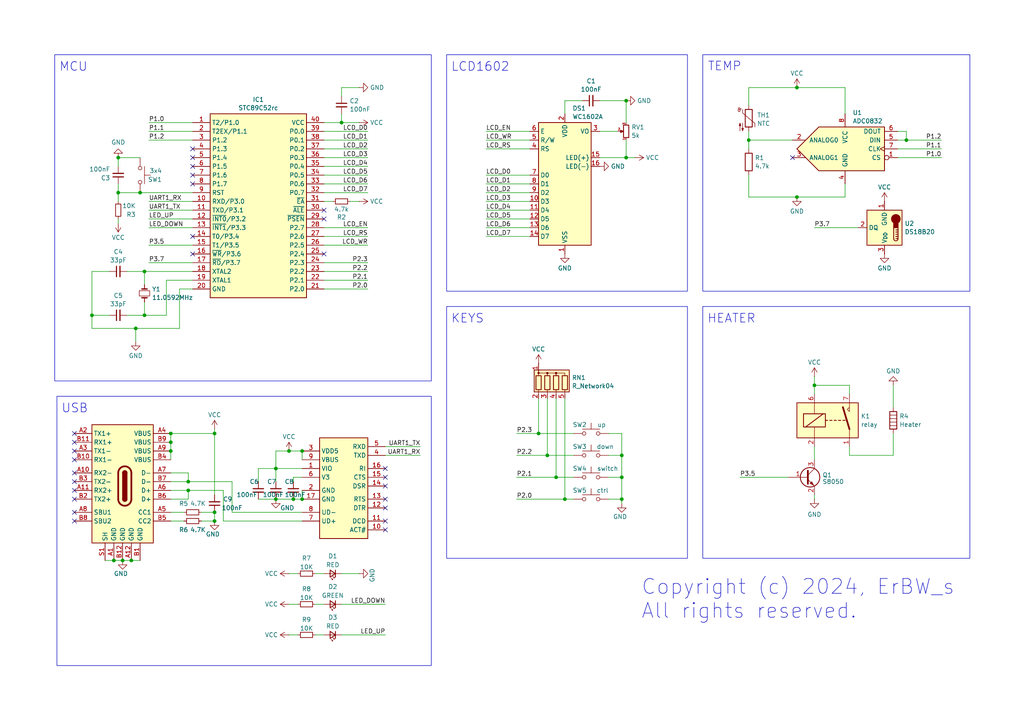
<source format=kicad_sch>
(kicad_sch (version 20231120) (generator "eeschema") (generator_version "8.0")
  (paper "A4")
  (lib_symbols
    (symbol "Analog_ADC:ADC0832" (pin_names (offset 1.016))
      (property "Reference" "U" (at -7.62 7.62 0))
      (property "Value" "ADC0832" (at 3.81 7.62 0))
      (symbol "ADC0832_1_1"
        (pin input inverted (at 15.24 -2.54 180) (length 3.81) (name "CS") (number "1"))
        (pin input line (at -15.24 2.54 0) (length 3.81) (name "ANALOG0") (number "2"))
        (pin input line (at -15.24 -2.54 0) (length 3.81) (name "ANALOG1") (number "3"))
        (pin input line (at 0 -10.16 90) (length 3.81) (name "GND") (number "4"))
        (pin input line (at 15.24 2.54 180) (length 3.81) (name "DIN") (number "5"))
        (pin output line (at 15.24 5.08 180) (length 3.81) (name "DOUT") (number "6"))
        (pin input clock (at 15.24 0 180) (length 3.81) (name "CLK") (number "7"))
        (pin input line (at 0 10.16 270) (length 3.81) (name "VCC") (number "8"))
      )
    )
    (symbol "Device:C_Small" (pin_numbers hide) (pin_names (offset 0.254) hide)
      (property "Reference" "C" (at 0.254 1.778 0))
      (property "Value" "C_Small" (at 0.254 -2.032 0))
      (symbol "C_Small_1_1"
        (pin passive line (at 0 2.54 270) (length 2.032) (name "~") (number "1"))
        (pin passive line (at 0 -2.54 90) (length 2.032) (name "~") (number "2"))
      )
    )
    (symbol "Device:Crystal_Small" (pin_numbers hide) (pin_names (offset 1.016) hide)
      (property "Reference" "Y" (at 0 2.54 0))
      (property "Value" "Crystal_Small" (at 0 -2.54 0))
      (symbol "Crystal_Small_1_1"
        (pin passive line (at -2.54 0 0) (length 1.27) (name "1") (number "1"))
        (pin passive line (at 2.54 0 180) (length 1.27) (name "2") (number "2"))
      )
    )
    (symbol "Device:Heater" (pin_numbers hide) (pin_names (offset 0))
      (property "Reference" "R" (at 2.032 0 90))
      (property "Value" "Heater" (at -2.032 0 90))
      (symbol "Heater_1_1"
        (pin passive line (at 0 3.81 270) (length 1.27) (name "~") (number "1"))
        (pin passive line (at 0 -3.81 90) (length 1.27) (name "~") (number "2"))
      )
    )
    (symbol "Device:LED_Small" (pin_numbers hide) (pin_names (offset 0.254) hide)
      (property "Reference" "D2" (at -0.0635 4.7158 0))
      (property "Value" "GREEN" (at -0.0635 2.1789 0))
      (symbol "LED_Small_1_1"
        (pin passive line (at 2.54 0 180) (length 1.778) (name "K") (number "1"))
        (pin passive line (at -2.54 0 0) (length 1.778) (name "A") (number "2"))
      )
    )
    (symbol "Device:R" (pin_numbers hide) (pin_names (offset 0))
      (property "Reference" "R" (at 2.032 0 90))
      (property "Value" "R" (at 0 0 90))
      (symbol "R_1_1"
        (pin passive line (at 0 3.81 270) (length 1.27) (name "~") (number "1"))
        (pin passive line (at 0 -3.81 90) (length 1.27) (name "~") (number "2"))
      )
    )
    (symbol "Device:R_Network04" (pin_names (offset 0) hide)
      (property "Reference" "RN" (at -7.62 0 90))
      (property "Value" "R_Network04" (at 5.08 0 90))
      (symbol "R_Network04_1_1"
        (pin passive line (at -5.08 5.08 270) (length 2.54) (name "common") (number "1"))
        (pin passive line (at -5.08 -5.08 90) (length 1.27) (name "R1") (number "2"))
        (pin passive line (at -2.54 -5.08 90) (length 1.27) (name "R2") (number "3"))
        (pin passive line (at 0 -5.08 90) (length 1.27) (name "R3") (number "4"))
        (pin passive line (at 2.54 -5.08 90) (length 1.27) (name "R4") (number "5"))
      )
    )
    (symbol "Device:R_Potentiometer_Small" (pin_names (offset 1.016) hide)
      (property "Reference" "RV" (at -4.445 0 90))
      (property "Value" "R_Potentiometer_Small" (at -2.54 0 90))
      (symbol "R_Potentiometer_Small_1_1"
        (pin passive line (at 0 2.54 270) (length 0.635) (name "1") (number "1"))
        (pin passive line (at 2.54 0 180) (length 0.9906) (name "2") (number "2"))
        (pin passive line (at 0 -2.54 90) (length 0.635) (name "3") (number "3"))
      )
    )
    (symbol "Device:R_Small" (pin_numbers hide) (pin_names (offset 0.254) hide)
      (property "Reference" "R" (at 0.762 0.508 0))
      (property "Value" "R_Small" (at 0.762 -1.016 0))
      (symbol "R_Small_1_1"
        (pin passive line (at 0 2.54 270) (length 0.762) (name "~") (number "1"))
        (pin passive line (at 0 -2.54 90) (length 0.762) (name "~") (number "2"))
      )
    )
    (symbol "Device:Thermistor_NTC" (pin_numbers hide) (pin_names (offset 0))
      (property "Reference" "TH" (at -4.445 0 90))
      (property "Value" "Thermistor_NTC" (at 3.175 0 90))
      (symbol "Thermistor_NTC_1_1"
        (pin passive line (at 0 3.81 270) (length 1.27) (name "~") (number "1"))
        (pin passive line (at 0 -3.81 90) (length 1.27) (name "~") (number "2"))
      )
    )
    (symbol "Display_Character:WC1602A"
      (property "Reference" "DS" (at -5.842 19.05 0))
      (property "Value" "WC1602A" (at 5.334 19.05 0))
      (symbol "WC1602A_1_1"
        (pin power_in line (at 0 -20.32 90) (length 2.54) (name "VSS") (number "1"))
        (pin input line (at -10.16 -5.08 0) (length 2.54) (name "D3") (number "10"))
        (pin input line (at -10.16 -7.62 0) (length 2.54) (name "D4") (number "11"))
        (pin input line (at -10.16 -10.16 0) (length 2.54) (name "D5") (number "12"))
        (pin input line (at -10.16 -12.7 0) (length 2.54) (name "D6") (number "13"))
        (pin input line (at -10.16 -15.24 0) (length 2.54) (name "D7") (number "14"))
        (pin power_in line (at 10.16 7.62 180) (length 2.54) (name "LED(+)") (number "15"))
        (pin power_in line (at 10.16 5.08 180) (length 2.54) (name "LED(-)") (number "16"))
        (pin power_in line (at 0 20.32 270) (length 2.54) (name "VDD") (number "2"))
        (pin input line (at 10.16 15.24 180) (length 2.54) (name "VO") (number "3"))
        (pin input line (at -10.16 10.16 0) (length 2.54) (name "RS") (number "4"))
        (pin input line (at -10.16 12.7 0) (length 2.54) (name "R/W") (number "5"))
        (pin input line (at -10.16 15.24 0) (length 2.54) (name "E") (number "6"))
        (pin input line (at -10.16 2.54 0) (length 2.54) (name "D0") (number "7"))
        (pin input line (at -10.16 0 0) (length 2.54) (name "D1") (number "8"))
        (pin input line (at -10.16 -2.54 0) (length 2.54) (name "D2") (number "9"))
      )
    )
    (symbol "ErBW_s:CH343P"
      (property "Reference" "U" (at 0 16.51 0))
      (property "Value" "CH343P" (at 5.08 -16.51 0))
      (symbol "CH343P_0_0"
        (pin power_in line (at -11.43 5.08 0) (length 5.08) (name "VIO") (number "1"))
        (pin bidirectional line (at 12.7 -12.7 180) (length 5.08) (name "ACT#") (number "10"))
        (pin bidirectional line (at 12.7 -10.16 180) (length 5.08) (name "DCD") (number "11"))
        (pin bidirectional line (at 12.7 -6.35 180) (length 5.08) (name "DTR") (number "12"))
        (pin bidirectional line (at 12.7 -3.81 180) (length 5.08) (name "RTS") (number "13"))
        (pin bidirectional line (at 12.7 0 180) (length 5.08) (name "DSR") (number "14"))
        (pin bidirectional line (at 12.7 2.54 180) (length 5.08) (name "CTS") (number "15"))
        (pin bidirectional line (at 12.7 5.08 180) (length 5.08) (name "RI") (number "16"))
        (pin power_in line (at -11.43 -3.81 0) (length 5.08) (name "GND") (number "17"))
        (pin power_in line (at -11.43 -1.27 0) (length 5.08) (name "GND") (number "2"))
        (pin power_in line (at -11.43 10.16 0) (length 5.08) (name "VDD5") (number "3"))
        (pin bidirectional line (at 12.7 8.89 180) (length 5.08) (name "TXD") (number "4"))
        (pin bidirectional line (at 12.7 11.43 180) (length 5.08) (name "RXD") (number "5"))
        (pin power_in line (at -11.43 2.54 0) (length 5.08) (name "V3") (number "6"))
        (pin bidirectional line (at -11.43 -10.16 0) (length 5.08) (name "UD+") (number "7"))
        (pin bidirectional line (at -11.43 -7.62 0) (length 5.08) (name "UD-") (number "8"))
        (pin power_in line (at -11.43 7.62 0) (length 5.08) (name "VBUS") (number "9"))
      )
    )
    (symbol "ErBW_s:STC89C52rc"
      (property "Reference" "IC" (at 34.29 7.62 0))
      (property "Value" "STC89C52rc" (at 34.29 5.08 0))
      (symbol "STC89C52rc_1_1"
        (pin passive line (at 0 0 0) (length 5.08) (name "T2/P1.0") (number "1"))
        (pin passive line (at 0 -22.86 0) (length 5.08) (name "RXD/P3.0") (number "10"))
        (pin passive line (at 0 -25.4 0) (length 5.08) (name "TXD/P3.1") (number "11"))
        (pin passive line (at 0 -27.94 0) (length 5.08) (name "~{INT0}/P3.2") (number "12"))
        (pin passive line (at 0 -30.48 0) (length 5.08) (name "~{INT1}/P3.3") (number "13"))
        (pin passive line (at 0 -33.02 0) (length 5.08) (name "T0/P3.4") (number "14"))
        (pin passive line (at 0 -35.56 0) (length 5.08) (name "T1/P3.5") (number "15"))
        (pin passive line (at 0 -38.1 0) (length 5.08) (name "~{WR}/P3.6") (number "16"))
        (pin passive line (at 0 -40.64 0) (length 5.08) (name "~{RD}/P3.7") (number "17"))
        (pin passive line (at 0 -43.18 0) (length 5.08) (name "XTAL2") (number "18"))
        (pin passive line (at 0 -45.72 0) (length 5.08) (name "XTAL1") (number "19"))
        (pin passive line (at 0 -2.54 0) (length 5.08) (name "T2EX/P1.1") (number "2"))
        (pin passive line (at 0 -48.26 0) (length 5.08) (name "GND") (number "20"))
        (pin passive line (at 38.1 -48.26 180) (length 5.08) (name "P2.0") (number "21"))
        (pin passive line (at 38.1 -45.72 180) (length 5.08) (name "P2.1") (number "22"))
        (pin passive line (at 38.1 -43.18 180) (length 5.08) (name "P2.2") (number "23"))
        (pin passive line (at 38.1 -40.64 180) (length 5.08) (name "P2.3") (number "24"))
        (pin passive line (at 38.1 -38.1 180) (length 5.08) (name "P2.4") (number "25"))
        (pin passive line (at 38.1 -35.56 180) (length 5.08) (name "P2.5") (number "26"))
        (pin passive line (at 38.1 -33.02 180) (length 5.08) (name "P2.6") (number "27"))
        (pin passive line (at 38.1 -30.48 180) (length 5.08) (name "P2.7") (number "28"))
        (pin passive line (at 38.1 -27.94 180) (length 5.08) (name "~{PSEN}") (number "29"))
        (pin passive line (at 0 -5.08 0) (length 5.08) (name "P1.2") (number "3"))
        (pin passive line (at 38.1 -25.4 180) (length 5.08) (name "~{ALE}") (number "30"))
        (pin passive line (at 38.1 -22.86 180) (length 5.08) (name "~{EA}") (number "31"))
        (pin passive line (at 38.1 -20.32 180) (length 5.08) (name "P0.7") (number "32"))
        (pin passive line (at 38.1 -17.78 180) (length 5.08) (name "P0.6") (number "33"))
        (pin passive line (at 38.1 -15.24 180) (length 5.08) (name "P0.5") (number "34"))
        (pin passive line (at 38.1 -12.7 180) (length 5.08) (name "P0.4") (number "35"))
        (pin passive line (at 38.1 -10.16 180) (length 5.08) (name "P0.3") (number "36"))
        (pin passive line (at 38.1 -7.62 180) (length 5.08) (name "P0.2") (number "37"))
        (pin passive line (at 38.1 -5.08 180) (length 5.08) (name "P0.1") (number "38"))
        (pin passive line (at 38.1 -2.54 180) (length 5.08) (name "P0.0") (number "39"))
        (pin passive line (at 0 -7.62 0) (length 5.08) (name "P1.3") (number "4"))
        (pin passive line (at 38.1 0 180) (length 5.08) (name "VCC") (number "40"))
        (pin passive line (at 0 -10.16 0) (length 5.08) (name "P1.4") (number "5"))
        (pin passive line (at 0 -12.7 0) (length 5.08) (name "P1.5") (number "6"))
        (pin passive line (at 0 -15.24 0) (length 5.08) (name "P1.6") (number "7"))
        (pin passive line (at 0 -17.78 0) (length 5.08) (name "P1.7") (number "8"))
        (pin passive line (at 0 -20.32 0) (length 5.08) (name "RST") (number "9"))
      )
    )
    (symbol "ErBW_s:USB-Type-C"
      (property "Reference" "J" (at 0 20.32 0))
      (property "Value" "USB-Type-C" (at 12.7 -16.51 0))
      (symbol "USB-Type-C_1_1"
        (pin passive line (at -2.54 -20.32 90) (length 5.08) (name "GND") (number "A1"))
        (pin passive line (at -13.97 5.08 0) (length 5.08) (name "RX2-") (number "A10"))
        (pin passive line (at -13.97 0 0) (length 5.08) (name "RX2+") (number "A11"))
        (pin passive line (at 2.54 -20.32 90) (length 5.08) (name "GND") (number "A12"))
        (pin passive line (at -13.97 16.51 0) (length 5.08) (name "TX1+") (number "A2"))
        (pin passive line (at -13.97 11.43 0) (length 5.08) (name "TX1-") (number "A3"))
        (pin passive line (at 13.97 16.51 180) (length 5.08) (name "VBUS") (number "A4"))
        (pin bidirectional line (at 13.97 -6.35 180) (length 5.08) (name "CC1") (number "A5"))
        (pin bidirectional line (at 13.97 0 180) (length 5.08) (name "D+") (number "A6"))
        (pin bidirectional line (at 13.97 5.08 180) (length 5.08) (name "D-") (number "A7"))
        (pin bidirectional line (at -13.97 -6.35 0) (length 5.08) (name "SBU1") (number "A8"))
        (pin passive line (at 13.97 11.43 180) (length 5.08) (name "VBUS") (number "A9"))
        (pin passive line (at 5.08 -20.32 90) (length 5.08) (name "GND") (number "B1"))
        (pin passive line (at -13.97 8.89 0) (length 5.08) (name "RX1-") (number "B10"))
        (pin passive line (at -13.97 13.97 0) (length 5.08) (name "RX1+") (number "B11"))
        (pin passive line (at 0 -20.32 90) (length 5.08) (name "GND") (number "B12"))
        (pin passive line (at -13.97 -2.54 0) (length 5.08) (name "TX2+") (number "B2"))
        (pin passive line (at -13.97 2.54 0) (length 5.08) (name "TX2-") (number "B3"))
        (pin passive line (at 13.97 8.89 180) (length 5.08) (name "VBUS") (number "B4"))
        (pin bidirectional line (at 13.97 -8.89 180) (length 5.08) (name "CC2") (number "B5"))
        (pin bidirectional line (at 13.97 -2.54 180) (length 5.08) (name "D+") (number "B6"))
        (pin bidirectional line (at 13.97 2.54 180) (length 5.08) (name "D-") (number "B7"))
        (pin bidirectional line (at -13.97 -8.89 0) (length 5.08) (name "SBU2") (number "B8"))
        (pin passive line (at 13.97 13.97 180) (length 5.08) (name "VBUS") (number "B9"))
        (pin passive line (at -5.08 -20.32 90) (length 5.08) (name "SH") (number "S1"))
      )
    )
    (symbol "Relay:DIPxx-1Axx-11x"
      (property "Reference" "K" (at 8.89 3.81 0))
      (property "Value" "DIPxx-1Axx-11x" (at 8.89 1.27 0))
      (symbol "DIPxx-1Axx-11x_1_1"
        (pin passive line (at 5.08 -7.62 90) (length 2.54) (name "~") (number "1"))
        (pin passive line (at 5.08 -7.62 90) (length 2.54) hide (name "~") (number "14"))
        (pin passive line (at -5.08 -7.62 90) (length 2.54) (name "~") (number "2"))
        (pin passive line (at -5.08 7.62 270) (length 2.54) (name "~") (number "6"))
        (pin passive line (at 5.08 7.62 270) (length 2.54) (name "~") (number "7"))
        (pin passive line (at 5.08 7.62 270) (length 2.54) hide (name "~") (number "8"))
      )
    )
    (symbol "Sensor_Temperature:DS18B20"
      (property "Reference" "U" (at -3.81 6.35 0))
      (property "Value" "DS18B20" (at 6.35 6.35 0))
      (symbol "DS18B20_1_1"
        (pin power_in line (at 0 -7.62 90) (length 2.54) (name "GND") (number "1"))
        (pin bidirectional line (at 7.62 0 180) (length 2.54) (name "DQ") (number "2"))
        (pin power_in line (at 0 7.62 270) (length 2.54) (name "V_{DD}") (number "3"))
      )
    )
    (symbol "Switch:SW_Push" (pin_numbers hide) (pin_names (offset 1.016) hide)
      (property "Reference" "SW" (at 1.27 2.54 0))
      (property "Value" "SW_Push" (at 0 -1.524 0))
      (symbol "SW_Push_0_1"
        (pin passive line (at -5.08 0 0) (length 2.54) (name "1") (number "1"))
        (pin passive line (at 5.08 0 180) (length 2.54) (name "2") (number "2"))
      )
    )
    (symbol "Transistor_BJT:2N3055" (pin_names (offset 0) hide)
      (property "Reference" "Q" (at 5.08 1.905 0))
      (property "Value" "2N3055" (at 5.08 0 0))
      (symbol "2N3055_1_1"
        (pin input line (at -5.08 0 0) (length 5.715) (name "B") (number "1"))
        (pin passive line (at 2.54 -5.08 90) (length 2.54) (name "E") (number "2"))
        (pin passive line (at 2.54 5.08 270) (length 2.54) (name "C") (number "3"))
      )
    )
    (symbol "power:GND" (power) (pin_numbers hide) (pin_names (offset 0) hide)
      (property "Value" "GND" (at 0 -3.81 0))
      (symbol "GND_1_1"
        (pin power_in line (at 0 0 270) (length 0) (name "~") (number "1"))
      )
    )
    (symbol "power:VBUS" (power) (pin_names (offset 0))
      (property "Value" "VBUS" (at 0 3.81 0))
      (symbol "VBUS_1_1"
        (pin power_in line (at 0 0 90) (length 0) hide (name "VBUS") (number "1"))
      )
    )
    (symbol "power:VCC" (power) (pin_numbers hide) (pin_names (offset 0) hide)
      (property "Value" "VCC" (at 0 3.556 0))
      (symbol "VCC_1_1"
        (pin power_in line (at 0 0 90) (length 0) (name "~") (number "1"))
      )
    )
  )
  (junction (at 180.34 132.08))
  (junction (at 41.91 91.44))
  (junction (at 231.14 25.4))
  (junction (at 181.61 29.21))
  (junction (at 62.23 151.13))
  (junction (at 49.53 128.27))
  (junction (at 40.64 55.88))
  (junction (at 35.56 162.56))
  (junction (at 217.17 40.64))
  (junction (at 85.09 144.78))
  (junction (at 87.63 130.81))
  (junction (at 34.29 55.88))
  (junction (at 99.06 35.56))
  (junction (at 39.37 95.25))
  (junction (at 26.67 91.44))
  (junction (at 87.63 144.78))
  (junction (at 163.83 144.78))
  (junction (at 83.82 130.81))
  (junction (at 161.29 138.43))
  (junction (at 262.89 40.64))
  (junction (at 180.34 144.78))
  (junction (at 49.53 130.81))
  (junction (at 181.61 45.72))
  (junction (at 180.34 138.43))
  (junction (at 33.02 162.56))
  (junction (at 62.23 148.59))
  (junction (at 236.22 111.76))
  (junction (at 80.01 135.89))
  (junction (at 38.1 162.56))
  (junction (at 54.61 142.24))
  (junction (at 158.75 132.08))
  (junction (at 41.91 78.74))
  (junction (at 156.21 125.73))
  (junction (at 62.23 125.73))
  (junction (at 231.14 57.15))
  (junction (at 54.61 139.7))
  (junction (at 34.29 45.72))
  (junction (at 49.53 125.73))
  (junction (at 80.01 144.78))
  (no_connect (at 55.88 45.72))
  (no_connect (at 55.88 43.18))
  (no_connect (at 93.98 63.5))
  (no_connect (at 111.76 144.78))
  (no_connect (at 21.59 133.35))
  (no_connect (at 55.88 73.66))
  (no_connect (at 21.59 148.59))
  (no_connect (at 111.76 138.43))
  (no_connect (at 21.59 151.13))
  (no_connect (at 229.87 45.72))
  (no_connect (at 21.59 144.78))
  (no_connect (at 111.76 135.89))
  (no_connect (at 111.76 151.13))
  (no_connect (at 21.59 137.16))
  (no_connect (at 111.76 147.32))
  (no_connect (at 21.59 130.81))
  (no_connect (at 21.59 125.73))
  (no_connect (at 111.76 153.67))
  (no_connect (at 55.88 53.34))
  (no_connect (at 21.59 128.27))
  (no_connect (at 111.76 140.97))
  (no_connect (at 21.59 142.24))
  (no_connect (at 55.88 48.26))
  (no_connect (at 55.88 68.58))
  (no_connect (at 93.98 73.66))
  (no_connect (at 93.98 60.96))
  (no_connect (at 21.59 139.7))
  (no_connect (at 55.88 50.8))
  (wire (pts (xy 106.68 81.28) (xy 93.98 81.28)))
  (wire (pts (xy 64.77 142.24) (xy 64.77 151.13)))
  (wire (pts (xy 40.64 55.88) (xy 55.88 55.88)))
  (wire (pts (xy 49.53 125.73) (xy 49.53 128.27)))
  (wire (pts (xy 163.83 115.57) (xy 163.83 144.78)))
  (wire (pts (xy 34.29 55.88) (xy 34.29 58.42)))
  (wire (pts (xy 231.14 57.15) (xy 245.11 57.15)))
  (wire (pts (xy 54.61 144.78) (xy 54.61 142.24)))
  (wire (pts (xy 34.29 64.77) (xy 34.29 63.5)))
  (wire (pts (xy 140.97 66.04) (xy 153.67 66.04)))
  (wire (pts (xy 80.01 130.81) (xy 83.82 130.81)))
  (wire (pts (xy 43.18 58.42) (xy 55.88 58.42)))
  (wire (pts (xy 140.97 38.1) (xy 153.67 38.1)))
  (wire (pts (xy 163.83 33.02) (xy 163.83 29.21)))
  (wire (pts (xy 99.06 33.02) (xy 99.06 35.56)))
  (wire (pts (xy 43.18 60.96) (xy 55.88 60.96)))
  (wire (pts (xy 91.44 166.37) (xy 93.98 166.37)))
  (wire (pts (xy 43.18 63.5) (xy 55.88 63.5)))
  (wire (pts (xy 34.29 48.26) (xy 34.29 45.72)))
  (wire (pts (xy 74.93 135.89) (xy 74.93 139.7)))
  (wire (pts (xy 217.17 57.15) (xy 231.14 57.15)))
  (wire (pts (xy 176.53 144.78) (xy 180.34 144.78)))
  (wire (pts (xy 55.88 78.74) (xy 41.91 78.74)))
  (wire (pts (xy 54.61 142.24) (xy 64.77 142.24)))
  (wire (pts (xy 54.61 139.7) (xy 67.31 139.7)))
  (wire (pts (xy 180.34 125.73) (xy 180.34 132.08)))
  (wire (pts (xy 259.08 111.76) (xy 259.08 118.11)))
  (wire (pts (xy 180.34 146.05) (xy 180.34 144.78)))
  (wire (pts (xy 180.34 138.43) (xy 180.34 132.08)))
  (wire (pts (xy 99.06 35.56) (xy 104.14 35.56)))
  (wire (pts (xy 64.77 151.13) (xy 87.63 151.13)))
  (wire (pts (xy 52.07 83.82) (xy 55.88 83.82)))
  (wire (pts (xy 246.38 132.08) (xy 259.08 132.08)))
  (wire (pts (xy 62.23 151.13) (xy 62.23 148.59)))
  (wire (pts (xy 99.06 184.15) (xy 111.76 184.15)))
  (wire (pts (xy 106.68 83.82) (xy 93.98 83.82)))
  (wire (pts (xy 106.68 53.34) (xy 93.98 53.34)))
  (wire (pts (xy 34.29 55.88) (xy 34.29 53.34)))
  (wire (pts (xy 67.31 139.7) (xy 67.31 148.59)))
  (wire (pts (xy 36.83 91.44) (xy 41.91 91.44)))
  (wire (pts (xy 62.23 124.46) (xy 62.23 125.73)))
  (wire (pts (xy 49.53 130.81) (xy 49.53 133.35)))
  (wire (pts (xy 140.97 53.34) (xy 153.67 53.34)))
  (wire (pts (xy 181.61 29.21) (xy 173.99 29.21)))
  (wire (pts (xy 31.75 78.74) (xy 26.67 78.74)))
  (wire (pts (xy 40.64 45.72) (xy 34.29 45.72)))
  (wire (pts (xy 217.17 30.48) (xy 217.17 25.4)))
  (wire (pts (xy 93.98 58.42) (xy 96.52 58.42)))
  (wire (pts (xy 49.53 144.78) (xy 54.61 144.78)))
  (wire (pts (xy 30.48 162.56) (xy 33.02 162.56)))
  (wire (pts (xy 83.82 166.37) (xy 86.36 166.37)))
  (wire (pts (xy 49.53 142.24) (xy 54.61 142.24)))
  (wire (pts (xy 184.15 45.72) (xy 181.61 45.72)))
  (wire (pts (xy 158.75 132.08) (xy 166.37 132.08)))
  (wire (pts (xy 140.97 60.96) (xy 153.67 60.96)))
  (wire (pts (xy 49.53 139.7) (xy 54.61 139.7)))
  (wire (pts (xy 41.91 91.44) (xy 41.91 87.63)))
  (wire (pts (xy 40.64 55.88) (xy 34.29 55.88)))
  (wire (pts (xy 236.22 129.54) (xy 236.22 133.35)))
  (wire (pts (xy 106.68 76.2) (xy 93.98 76.2)))
  (wire (pts (xy 140.97 43.18) (xy 153.67 43.18)))
  (wire (pts (xy 106.68 71.12) (xy 93.98 71.12)))
  (wire (pts (xy 245.11 25.4) (xy 231.14 25.4)))
  (wire (pts (xy 62.23 125.73) (xy 49.53 125.73)))
  (wire (pts (xy 246.38 111.76) (xy 236.22 111.76)))
  (wire (pts (xy 49.53 137.16) (xy 54.61 137.16)))
  (wire (pts (xy 87.63 130.81) (xy 87.63 133.35)))
  (wire (pts (xy 106.68 43.18) (xy 93.98 43.18)))
  (wire (pts (xy 26.67 91.44) (xy 31.75 91.44)))
  (wire (pts (xy 149.86 138.43) (xy 161.29 138.43)))
  (wire (pts (xy 106.68 38.1) (xy 93.98 38.1)))
  (wire (pts (xy 229.87 40.64) (xy 217.17 40.64)))
  (wire (pts (xy 85.09 138.43) (xy 85.09 139.7)))
  (wire (pts (xy 149.86 144.78) (xy 163.83 144.78)))
  (wire (pts (xy 85.09 144.78) (xy 87.63 144.78)))
  (wire (pts (xy 99.06 166.37) (xy 104.14 166.37)))
  (wire (pts (xy 217.17 25.4) (xy 231.14 25.4)))
  (wire (pts (xy 80.01 144.78) (xy 85.09 144.78)))
  (wire (pts (xy 176.53 125.73) (xy 180.34 125.73)))
  (wire (pts (xy 62.23 125.73) (xy 62.23 143.51)))
  (wire (pts (xy 149.86 132.08) (xy 158.75 132.08)))
  (wire (pts (xy 83.82 175.26) (xy 86.36 175.26)))
  (wire (pts (xy 39.37 95.25) (xy 52.07 95.25)))
  (wire (pts (xy 43.18 76.2) (xy 55.88 76.2)))
  (wire (pts (xy 104.14 25.4) (xy 99.06 25.4)))
  (wire (pts (xy 161.29 115.57) (xy 161.29 138.43)))
  (wire (pts (xy 83.82 184.15) (xy 86.36 184.15)))
  (wire (pts (xy 62.23 148.59) (xy 58.42 148.59)))
  (wire (pts (xy 106.68 48.26) (xy 93.98 48.26)))
  (wire (pts (xy 236.22 109.22) (xy 236.22 111.76)))
  (wire (pts (xy 246.38 114.3) (xy 246.38 111.76)))
  (wire (pts (xy 140.97 63.5) (xy 153.67 63.5)))
  (wire (pts (xy 91.44 184.15) (xy 93.98 184.15)))
  (wire (pts (xy 106.68 45.72) (xy 93.98 45.72)))
  (wire (pts (xy 58.42 151.13) (xy 62.23 151.13)))
  (wire (pts (xy 43.18 40.64) (xy 55.88 40.64)))
  (wire (pts (xy 43.18 71.12) (xy 55.88 71.12)))
  (wire (pts (xy 49.53 148.59) (xy 53.34 148.59)))
  (wire (pts (xy 36.83 78.74) (xy 41.91 78.74)))
  (wire (pts (xy 214.63 138.43) (xy 228.6 138.43)))
  (wire (pts (xy 149.86 125.73) (xy 156.21 125.73)))
  (wire (pts (xy 26.67 78.74) (xy 26.67 91.44)))
  (wire (pts (xy 140.97 68.58) (xy 153.67 68.58)))
  (wire (pts (xy 87.63 138.43) (xy 85.09 138.43)))
  (wire (pts (xy 38.1 162.56) (xy 40.64 162.56)))
  (wire (pts (xy 106.68 78.74) (xy 93.98 78.74)))
  (wire (pts (xy 93.98 35.56) (xy 99.06 35.56)))
  (wire (pts (xy 111.76 129.54) (xy 121.92 129.54)))
  (wire (pts (xy 180.34 144.78) (xy 180.34 138.43)))
  (wire (pts (xy 39.37 95.25) (xy 39.37 99.06)))
  (wire (pts (xy 140.97 58.42) (xy 153.67 58.42)))
  (wire (pts (xy 262.89 38.1) (xy 262.89 40.64)))
  (wire (pts (xy 161.29 138.43) (xy 166.37 138.43)))
  (wire (pts (xy 54.61 137.16) (xy 54.61 139.7)))
  (wire (pts (xy 176.53 138.43) (xy 180.34 138.43)))
  (wire (pts (xy 48.26 81.28) (xy 48.26 91.44)))
  (wire (pts (xy 33.02 162.56) (xy 35.56 162.56)))
  (wire (pts (xy 140.97 50.8) (xy 153.67 50.8)))
  (wire (pts (xy 217.17 40.64) (xy 217.17 43.18)))
  (wire (pts (xy 273.05 45.72) (xy 260.35 45.72)))
  (wire (pts (xy 43.18 35.56) (xy 55.88 35.56)))
  (wire (pts (xy 273.05 43.18) (xy 260.35 43.18)))
  (wire (pts (xy 91.44 175.26) (xy 93.98 175.26)))
  (wire (pts (xy 173.99 38.1) (xy 179.07 38.1)))
  (wire (pts (xy 245.11 33.02) (xy 245.11 25.4)))
  (wire (pts (xy 48.26 91.44) (xy 41.91 91.44)))
  (wire (pts (xy 259.08 132.08) (xy 259.08 125.73)))
  (wire (pts (xy 99.06 175.26) (xy 111.76 175.26)))
  (wire (pts (xy 26.67 95.25) (xy 39.37 95.25)))
  (wire (pts (xy 80.01 139.7) (xy 80.01 135.89)))
  (wire (pts (xy 101.6 58.42) (xy 104.14 58.42)))
  (wire (pts (xy 80.01 135.89) (xy 80.01 130.81)))
  (wire (pts (xy 43.18 66.04) (xy 55.88 66.04)))
  (wire (pts (xy 273.05 40.64) (xy 262.89 40.64)))
  (wire (pts (xy 262.89 40.64) (xy 260.35 40.64)))
  (wire (pts (xy 80.01 135.89) (xy 87.63 135.89)))
  (wire (pts (xy 87.63 142.24) (xy 87.63 144.78)))
  (wire (pts (xy 217.17 50.8) (xy 217.17 57.15)))
  (wire (pts (xy 74.93 144.78) (xy 80.01 144.78)))
  (wire (pts (xy 236.22 66.04) (xy 248.92 66.04)))
  (wire (pts (xy 181.61 35.56) (xy 181.61 29.21)))
  (wire (pts (xy 106.68 55.88) (xy 93.98 55.88)))
  (wire (pts (xy 140.97 55.88) (xy 153.67 55.88)))
  (wire (pts (xy 106.68 40.64) (xy 93.98 40.64)))
  (wire (pts (xy 74.93 135.89) (xy 80.01 135.89)))
  (wire (pts (xy 156.21 115.57) (xy 156.21 125.73)))
  (wire (pts (xy 52.07 95.25) (xy 52.07 83.82)))
  (wire (pts (xy 236.22 111.76) (xy 236.22 114.3)))
  (wire (pts (xy 181.61 40.64) (xy 181.61 45.72)))
  (wire (pts (xy 43.18 38.1) (xy 55.88 38.1)))
  (wire (pts (xy 158.75 115.57) (xy 158.75 132.08)))
  (wire (pts (xy 106.68 66.04) (xy 93.98 66.04)))
  (wire (pts (xy 26.67 91.44) (xy 26.67 95.25)))
  (wire (pts (xy 236.22 143.51) (xy 236.22 144.78)))
  (wire (pts (xy 260.35 38.1) (xy 262.89 38.1)))
  (wire (pts (xy 67.31 148.59) (xy 87.63 148.59)))
  (wire (pts (xy 106.68 50.8) (xy 93.98 50.8)))
  (wire (pts (xy 163.83 29.21) (xy 168.91 29.21)))
  (wire (pts (xy 140.97 40.64) (xy 153.67 40.64)))
  (wire (pts (xy 180.34 132.08) (xy 176.53 132.08)))
  (wire (pts (xy 217.17 40.64) (xy 217.17 38.1)))
  (wire (pts (xy 35.56 162.56) (xy 38.1 162.56)))
  (wire (pts (xy 163.83 144.78) (xy 166.37 144.78)))
  (wire (pts (xy 49.53 151.13) (xy 53.34 151.13)))
  (wire (pts (xy 99.06 25.4) (xy 99.06 27.94)))
  (wire (pts (xy 246.38 129.54) (xy 246.38 132.08)))
  (wire (pts (xy 49.53 128.27) (xy 49.53 130.81)))
  (wire (pts (xy 106.68 68.58) (xy 93.98 68.58)))
  (wire (pts (xy 245.11 57.15) (xy 245.11 53.34)))
  (wire (pts (xy 111.76 132.08) (xy 121.92 132.08)))
  (wire (pts (xy 181.61 45.72) (xy 173.99 45.72)))
  (wire (pts (xy 41.91 78.74) (xy 41.91 82.55)))
  (wire (pts (xy 55.88 81.28) (xy 48.26 81.28)))
  (wire (pts (xy 83.82 130.81) (xy 87.63 130.81)))
  (wire (pts (xy 156.21 125.73) (xy 166.37 125.73)))
  (rectangle (start 203.835 15.875) (end 281.305 84.455))
  (rectangle (start 15.875 15.875) (end 125.095 110.49))
  (rectangle (start 129.54 88.9) (end 199.39 161.925))
  (rectangle (start 16.51 114.935) (end 125.095 193.04))
  (rectangle (start 129.54 15.875) (end 199.39 84.455))
  (rectangle (start 203.835 88.9) (end 281.305 161.925))
  (text "TEMP" (at 205.232 20.828 0) (effects (font (size 2.54 2.54)) (justify left bottom)))
  (text "MCU" (at 17.145 20.955 0) (effects (font (size 2.54 2.54)) (justify left bottom)))
  (text "USB" (at 17.78 120.015 0) (effects (font (size 2.54 2.54)) (justify left bottom)))
  (text "Copyright (c) 2024, ErBW_s\nAll rights reserved." (at 185.928 179.832 0) (effects (font (size 4.318 4.318)) (justify left bottom)))
  (text "LCD1602" (at 130.81 20.955 0) (effects (font (size 2.54 2.54)) (justify left bottom)))
  (text "KEYS" (at 130.81 93.98 0) (effects (font (size 2.54 2.54)) (justify left bottom)))
  (text "HEATER" (at 205.105 93.98 0) (effects (font (size 2.54 2.54)) (justify left bottom)))
  (label "LCD_RS" (at 106.68 68.58 180))
  (label "P1.0" (at 43.18 35.56 0))
  (label "LCD_D5" (at 106.68 50.8 180))
  (label "P2.1" (at 106.68 81.28 180))
  (label "P3.7" (at 236.22 66.04 0))
  (label "P1.2" (at 273.05 40.64 180))
  (label "UART1_TX" (at 121.92 129.54 180))
  (label "P2.2" (at 106.68 78.74 180))
  (label "LCD_D7" (at 106.68 55.88 180))
  (label "P2.0" (at 106.68 83.82 180))
  (label "P1.1" (at 273.05 43.18 180))
  (label "P2.1" (at 149.86 138.43 0))
  (label "LCD_WR" (at 106.68 71.12 180))
  (label "LCD_D4" (at 106.68 48.26 180))
  (label "LED_DOWN" (at 43.18 66.04 0))
  (label "P1.0" (at 273.05 45.72 180))
  (label "LCD_EN" (at 106.68 66.04 180))
  (label "LCD_D5" (at 140.97 63.5 0))
  (label "LED_UP" (at 43.18 63.5 0))
  (label "LCD_EN" (at 140.97 38.1 0))
  (label "LCD_D1" (at 140.97 53.34 0))
  (label "LED_UP" (at 111.76 184.15 180))
  (label "UART1_TX" (at 43.18 60.96 0))
  (label "LCD_D4" (at 140.97 60.96 0))
  (label "LCD_D3" (at 106.68 45.72 180))
  (label "LCD_D6" (at 140.97 66.04 0))
  (label "LCD_D1" (at 106.68 40.64 180))
  (label "UART1_RX" (at 43.18 58.42 0))
  (label "UART1_RX" (at 121.92 132.08 180))
  (label "P1.1" (at 43.18 38.1 0))
  (label "LCD_RS" (at 140.97 43.18 0))
  (label "P2.3" (at 106.68 76.2 180))
  (label "P2.3" (at 149.86 125.73 0))
  (label "P3.5" (at 43.18 71.12 0))
  (label "LCD_D2" (at 140.97 55.88 0))
  (label "LCD_D3" (at 140.97 58.42 0))
  (label "LCD_D6" (at 106.68 53.34 180))
  (label "P1.2" (at 43.18 40.64 0))
  (label "P3.5" (at 214.63 138.43 0))
  (label "LCD_WR" (at 140.97 40.64 0))
  (label "LED_DOWN" (at 111.76 175.26 180))
  (label "P3.7" (at 43.18 76.2 0))
  (label "LCD_D0" (at 106.68 38.1 180))
  (label "P2.0" (at 149.86 144.78 0))
  (label "P2.2" (at 149.86 132.08 0))
  (label "LCD_D7" (at 140.97 68.58 0))
  (label "LCD_D2" (at 106.68 43.18 180))
  (label "LCD_D0" (at 140.97 50.8 0))
  (symbol (lib_id "power:VCC") (at 256.54 58.42 0) (unit 1)
    (property "Reference" "#PWR010" (effects (hide yes)))
    (property "Value" "VCC" (at 256.54 54.2869 0))
    (property "Description" "Power symbol creates a global label with name \"VCC\"" (effects (hide yes)))
  )
  (symbol (lib_id "Device:LED_Small") (at 96.52 166.37 180) (unit 1)
    (property "Reference" "D1" (at 96.52 161.29 0))
    (property "Value" "RED" (at 96.52 163.83 0))
    (property "Footprint" "LED_SMD:LED_0805_2012Metric" (effects (hide yes)))
  )
  (symbol (lib_id "power:GND") (at 181.61 29.21 90) (unit 1)
    (property "Reference" "#PWR03" (effects (hide yes)))
    (property "Value" "GND" (at 184.785 29.21 90) (effects (justify right)))
    (property "Description" "Power symbol creates a global label with name \"GND\" , ground" (effects (hide yes)))
  )
  (symbol (lib_id "power:GND") (at 173.99 48.26 90) (unit 1)
    (property "Reference" "#PWR07" (effects (hide yes)))
    (property "Value" "GND" (at 177.165 48.26 90) (effects (justify right)))
    (property "Description" "Power symbol creates a global label with name \"GND\" , ground" (effects (hide yes)))
  )
  (symbol (lib_id "Display_Character:WC1602A") (at 163.83 53.34 0) (unit 1)
    (property "Reference" "DS1" (at 166.0241 31.4155 0) (effects (justify left)))
    (property "Value" "WC1602A" (at 166.0241 33.8398 0) (effects (justify left)))
    (property "Footprint" "Display:WC1602A" (effects (hide yes)))
    (property "Datasheet" "http://www.wincomlcd.com/pdf/WC1602A-SFYLYHTC06.pdf" (effects (hide yes)))
    (property "Description" "LCD 16x2 Alphanumeric , 8 bit parallel bus, 5V VDD" (effects (hide yes)))
  )
  (symbol (lib_id "power:GND") (at 62.23 151.13 0) (unit 1)
    (property "Reference" "#PWR023" (effects (hide yes)))
    (property "Value" "GND" (at 59.69 154.94 0) (effects (justify left)))
  )
  (symbol (lib_id "power:GND") (at 39.37 99.06 0) (unit 1)
    (property "Reference" "#PWR014" (effects (hide yes)))
    (property "Value" "GND" (at 39.37 103.1931 0))
    (property "Description" "Power symbol creates a global label with name \"GND\" , ground" (effects (hide yes)))
  )
  (symbol (lib_id "power:GND") (at 236.22 144.78 0) (unit 1)
    (property "Reference" "#PWR020" (effects (hide yes)))
    (property "Value" "GND" (at 236.22 149.2234 0))
  )
  (symbol (lib_id "Device:R_Small") (at 88.9 184.15 90) (unit 1)
    (property "Reference" "R9" (at 88.9 179.7136 90))
    (property "Value" "10K" (at 88.9 182.2505 90))
    (property "Footprint" "Resistor_SMD:R_0603_1608Metric" (effects (hide yes)))
  )
  (symbol (lib_id "Device:R_Small") (at 55.88 151.13 90) (unit 1)
    (property "Reference" "R6" (at 54.61 153.67 90) (effects (justify left)))
    (property "Value" "4.7K" (at 59.69 153.67 90) (effects (justify left)))
    (property "Footprint" "Resistor_SMD:R_0603_1608Metric" (effects (hide yes)))
  )
  (symbol (lib_id "Device:C_Small") (at 74.93 142.24 0) (unit 1)
    (property "Reference" "C6" (at 72.39 139.7 0) (effects (justify left)))
    (property "Value" "100nF" (at 68.58 143.51 0) (effects (justify left)))
    (property "Footprint" "Capacitor_SMD:C_0603_1608Metric" (effects (hide yes)))
  )
  (symbol (lib_id "Device:R_Small") (at 99.06 58.42 90) (unit 1)
    (property "Reference" "R2" (at 99.06 62.992 90))
    (property "Value" "4.7k" (at 99.06 60.706 90))
    (property "Footprint" "Resistor_SMD:R_0603_1608Metric" (effects (hide yes)))
    (property "Description" "Resistor, small symbol" (effects (hide yes)))
  )
  (symbol (lib_id "Device:LED_Small") (at 96.52 175.26 180) (unit 1)
    (property "Reference" "D2" (at 96.52 170.18 0))
    (property "Value" "GREEN" (at 96.52 172.72 0))
    (property "Footprint" "LED_SMD:LED_0805_2012Metric" (effects (hide yes)))
  )
  (symbol (lib_id "Device:C_Small") (at 34.29 50.8 180) (unit 1)
    (property "Reference" "C3" (at 31.9659 51.6284 0) (effects (justify left)))
    (property "Value" "100nF" (at 31.9659 49.0915 0) (effects (justify left)))
    (property "Footprint" "Capacitor_SMD:C_0603_1608Metric" (effects (hide yes)))
  )
  (symbol (lib_id "ErBW_s:USB-Type-C") (at 35.56 142.24 0) (unit 1)
    (property "Reference" "J1" (effects (hide yes)))
    (property "Value" "USB-Type-C" (effects (hide yes)))
    (property "Footprint" "ErBW_s:USB-Type-C_SMD_16P" (effects (hide yes)))
  )
  (symbol (lib_id "Device:R_Potentiometer_Small") (at 181.61 38.1 180) (unit 1)
    (property "Reference" "RV1" (at 183.134 36.8878 0) (effects (justify right)))
    (property "Value" "5k" (at 183.134 39.3121 0) (effects (justify right)))
    (property "Footprint" "ErBW_s:3296W" (effects (hide yes)))
    (property "Description" "Potentiometer" (effects (hide yes)))
  )
  (symbol (lib_id "power:GND") (at 80.01 144.78 0) (unit 1)
    (property "Reference" "#PWR022" (effects (hide yes)))
    (property "Value" "GND" (at 81.28 147.32 0) (effects (justify left)))
  )
  (symbol (lib_id "Device:LED_Small") (at 96.52 184.15 180) (unit 1)
    (property "Reference" "D3" (at 96.52 179.07 0))
    (property "Value" "RED" (at 96.52 181.61 0))
    (property "Footprint" "LED_SMD:LED_0805_2012Metric" (effects (hide yes)))
  )
  (symbol (lib_id "power:VCC") (at 231.14 25.4 0) (unit 1)
    (property "Reference" "#PWR02" (effects (hide yes)))
    (property "Value" "VCC" (at 231.14 21.2669 0))
    (property "Description" "Power symbol creates a global label with name \"VCC\"" (effects (hide yes)))
  )
  (symbol (lib_id "Sensor_Temperature:DS18B20") (at 256.54 66.04 180) (unit 1)
    (property "Reference" "U2" (at 262.382 64.8278 0) (effects (justify right)))
    (property "Value" "DS18B20" (at 262.382 67.2521 0) (effects (justify right)))
    (property "Footprint" "Package_TO_SOT_THT:TO-92_Inline" (effects (hide yes)))
    (property "Datasheet" "http://datasheets.maximintegrated.com/en/ds/DS18B20.pdf" (effects (hide yes)))
    (property "Description" "Programmable Resolution 1-Wire Digital Thermometer TO-92" (effects (hide yes)))
  )
  (symbol (lib_id "Device:C_Small") (at 80.01 142.24 0) (unit 1)
    (property "Reference" "C7" (at 77.47 139.7 0) (effects (justify left)))
    (property "Value" "100nF" (at 76.2 143.51 0) (effects (justify left)))
    (property "Footprint" "Capacitor_SMD:C_0603_1608Metric" (effects (hide yes)))
  )
  (symbol (lib_id "power:VCC") (at 34.29 64.77 180) (unit 1)
    (property "Reference" "#PWR011" (effects (hide yes)))
    (property "Value" "VCC" (at 34.29 68.9031 0))
    (property "Description" "Power symbol creates a global label with name \"VCC\"" (effects (hide yes)))
  )
  (symbol (lib_id "power:VCC") (at 104.14 58.42 270) (unit 1)
    (property "Reference" "#PWR09" (effects (hide yes)))
    (property "Value" "VCC" (at 107.315 58.42 90) (effects (justify left)))
    (property "Description" "Power symbol creates a global label with name \"VCC\"" (effects (hide yes)))
  )
  (symbol (lib_id "power:VBUS") (at 62.23 124.46 0) (unit 1)
    (property "Reference" "#PWR018" (effects (hide yes)))
    (property "Value" "VCC" (at 62.23 120.3269 0))
  )
  (symbol (lib_id "power:GND") (at 256.54 73.66 0) (unit 1)
    (property "Reference" "#PWR013" (effects (hide yes)))
    (property "Value" "GND" (at 256.54 77.7931 0))
    (property "Description" "Power symbol creates a global label with name \"GND\" , ground" (effects (hide yes)))
  )
  (symbol (lib_id "Switch:SW_Push") (at 171.45 144.78 0) (unit 1)
    (property "Reference" "SW5" (at 170.18 142.24 0) (effects (justify right)))
    (property "Value" "ctrl" (at 176.53 142.24 0) (effects (justify right)))
    (property "Footprint" "ErBW_s:BUTTON_3x4" (effects (hide yes)))
  )
  (symbol (lib_id "ErBW_s:CH343P") (at 99.06 140.97 0) (unit 1)
    (property "Reference" "U3" (effects (hide yes)))
    (property "Value" "CH343P" (effects (hide yes)))
    (property "Footprint" "Package_DFN_QFN:QFN-16-1EP_3x3mm_P0.5mm_EP1.7x1.7mm" (effects (hide yes)))
  )
  (symbol (lib_id "power:GND") (at 104.14 166.37 90) (unit 1)
    (property "Reference" "#PWR030" (effects (hide yes)))
    (property "Value" "GND" (at 107.95 168.91 0) (effects (justify left)))
  )
  (symbol (lib_id "power:GND") (at 231.14 57.15 0) (unit 1)
    (property "Reference" "#PWR08" (effects (hide yes)))
    (property "Value" "GND" (at 231.14 61.2831 0))
    (property "Description" "Power symbol creates a global label with name \"GND\" , ground" (effects (hide yes)))
  )
  (symbol (lib_id "power:VCC") (at 83.82 166.37 90) (unit 1)
    (property "Reference" "#PWR025" (effects (hide yes)))
    (property "Value" "VCC" (at 80.645 166.37 90) (effects (justify left)))
    (property "Description" "Power symbol creates a global label with name \"VCC\"" (effects (hide yes)))
  )
  (symbol (lib_id "Device:Thermistor_NTC") (at 217.17 34.29 0) (unit 1)
    (property "Reference" "TH1" (at 219.583 33.3953 0) (effects (justify left)))
    (property "Value" "NTC" (at 219.583 35.8196 0) (effects (justify left)))
    (property "Footprint" "Connector_PinHeader_2.54mm:PinHeader_1x02_P2.54mm_Vertical" (effects (hide yes)))
    (property "Description" "Temperature dependent resistor, negative temperature coefficient" (effects (hide yes)))
  )
  (symbol (lib_id "power:GND") (at 180.34 146.05 0) (unit 1)
    (property "Reference" "#PWR021" (effects (hide yes)))
    (property "Value" "GND" (at 177.8 149.86 0) (effects (justify left)))
  )
  (symbol (lib_id "Device:C_Small") (at 171.45 29.21 90) (unit 1)
    (property "Reference" "C1" (at 171.4563 23.5034 90))
    (property "Value" "100nF" (at 171.4563 25.9277 90))
    (property "Footprint" "Capacitor_SMD:C_0603_1608Metric" (effects (hide yes)))
    (property "Description" "Unpolarized capacitor, small symbol" (effects (hide yes)))
  )
  (symbol (lib_id "Switch:SW_Push") (at 171.45 138.43 0) (unit 1)
    (property "Reference" "SW4" (at 170.18 135.89 0) (effects (justify right)))
    (property "Value" "switch" (at 179.324 135.89 0) (effects (justify right)))
    (property "Footprint" "ErBW_s:BUTTON_3x4" (effects (hide yes)))
  )
  (symbol (lib_id "power:VCC") (at 83.82 130.81 0) (unit 1)
    (property "Reference" "#PWR019" (effects (hide yes)))
    (property "Value" "VCC" (at 83.82 126.6769 0))
    (property "Description" "Power symbol creates a global label with name \"VCC\"" (effects (hide yes)))
  )
  (symbol (lib_id "Relay:DIPxx-1Axx-11x") (at 241.3 121.92 0) (unit 1)
    (property "Reference" "K1" (at 249.682 120.7078 0) (effects (justify left)))
    (property "Value" "relay" (at 249.682 123.1321 0) (effects (justify left)))
    (property "Footprint" "Relay_THT:Relay_StandexMeder_DIP_LowProfile" (effects (hide yes)))
    (property "Datasheet" "https://standexelectronics.com/wp-content/uploads/datasheet_reed_relay_DIP.pdf" (effects (hide yes)))
    (property "Description" "Standex Meder DIP reed relay, SPST, Closing Contact" (effects (hide yes)))
  )
  (symbol (lib_id "Device:C_Small") (at 34.29 91.44 90) (unit 1)
    (property "Reference" "C5" (at 34.2963 85.7334 90))
    (property "Value" "33pF" (at 34.2963 88.1577 90))
    (property "Footprint" "Capacitor_SMD:C_0603_1608Metric" (effects (hide yes)))
    (property "Description" "Unpolarized capacitor, small symbol" (effects (hide yes)))
  )
  (symbol (lib_id "power:VCC") (at 184.15 45.72 270) (unit 1)
    (property "Reference" "#PWR06" (effects (hide yes)))
    (property "Value" "VCC" (at 187.325 45.72 90) (effects (justify left)))
    (property "Description" "Power symbol creates a global label with name \"VCC\"" (effects (hide yes)))
  )
  (symbol (lib_id "Device:C_Small") (at 62.23 146.05 180) (unit 1)
    (property "Reference" "C9" (at 66.04 144.78 0))
    (property "Value" "100nF" (at 67.31 147.32 0))
    (property "Footprint" "Capacitor_SMD:C_0603_1608Metric" (effects (hide yes)))
  )
  (symbol (lib_id "Switch:SW_Push") (at 40.64 50.8 270) (unit 1)
    (property "Reference" "SW1" (at 46.99 52.07 90) (effects (justify right)))
    (property "Value" "3x4" (at 46.99 49.53 90) (effects (justify right)))
    (property "Footprint" "ErBW_s:BUTTON_3x4" (effects (hide yes)))
  )
  (symbol (lib_id "Device:R") (at 217.17 46.99 0) (unit 1)
    (property "Reference" "R1" (at 218.948 45.7778 0) (effects (justify left)))
    (property "Value" "4.7k" (at 218.948 48.2021 0) (effects (justify left)))
    (property "Footprint" "Resistor_SMD:R_0603_1608Metric" (effects (hide yes)))
    (property "Description" "Resistor" (effects (hide yes)))
  )
  (symbol (lib_id "Device:R_Small") (at 55.88 148.59 90) (unit 1)
    (property "Reference" "R5" (at 54.61 146.05 90) (effects (justify left)))
    (property "Value" "4.7K" (at 59.69 146.05 90) (effects (justify left)))
    (property "Footprint" "Resistor_SMD:R_0603_1608Metric" (effects (hide yes)))
  )
  (symbol (lib_id "power:VCC") (at 83.82 175.26 90) (unit 1)
    (property "Reference" "#PWR026" (effects (hide yes)))
    (property "Value" "VCC" (at 80.645 175.26 90) (effects (justify left)))
    (property "Description" "Power symbol creates a global label with name \"VCC\"" (effects (hide yes)))
  )
  (symbol (lib_id "power:GND") (at 104.14 25.4 90) (unit 1)
    (property "Reference" "#PWR01" (effects (hide yes)))
    (property "Value" "GND" (at 107.315 25.4 90) (effects (justify right)))
    (property "Description" "Power symbol creates a global label with name \"GND\" , ground" (effects (hide yes)))
  )
  (symbol (lib_id "power:GND") (at 35.56 162.56 0) (unit 1)
    (property "Reference" "#PWR024" (effects (hide yes)))
    (property "Value" "GND" (at 33.02 166.37 0) (effects (justify left)))
  )
  (symbol (lib_id "Transistor_BJT:2N3055") (at 233.68 138.43 0) (unit 1)
    (property "Reference" "Q1" (at 238.5314 137.7863 0) (effects (justify left)))
    (property "Value" "S8050" (at 238.5314 139.7073 0) (effects (justify left)))
    (property "Footprint" "Package_TO_SOT_SMD:SOT-23" (effects (hide yes)))
    (property "Datasheet" "http://www.onsemi.com/pub_link/Collateral/2N3055-D.PDF" (effects (hide yes)))
  )
  (symbol (lib_id "Switch:SW_Push") (at 171.45 125.73 0) (unit 1)
    (property "Reference" "SW2" (at 170.18 123.19 0) (effects (justify right)))
    (property "Value" "up" (at 175.768 123.19 0) (effects (justify right)))
    (property "Footprint" "ErBW_s:BUTTON_3x4" (effects (hide yes)))
  )
  (symbol (lib_id "power:GND") (at 34.29 45.72 180) (unit 1)
    (property "Reference" "#PWR05" (effects (hide yes)))
    (property "Value" "GND" (at 34.29 41.2766 0))
  )
  (symbol (lib_id "Device:R_Small") (at 88.9 175.26 90) (unit 1)
    (property "Reference" "R8" (at 88.9 170.8236 90))
    (property "Value" "10K" (at 88.9 173.3605 90))
    (property "Footprint" "Resistor_SMD:R_0603_1608Metric" (effects (hide yes)))
  )
  (symbol (lib_id "power:VCC") (at 104.14 35.56 270) (unit 1)
    (property "Reference" "#PWR04" (effects (hide yes)))
    (property "Value" "VCC" (at 107.315 35.56 90) (effects (justify left)))
    (property "Description" "Power symbol creates a global label with name \"VCC\"" (effects (hide yes)))
  )
  (symbol (lib_id "power:VCC") (at 236.22 109.22 0) (unit 1)
    (property "Reference" "#PWR016" (effects (hide yes)))
    (property "Value" "VCC" (at 236.22 105.0869 0))
    (property "Description" "Power symbol creates a global label with name \"VCC\"" (effects (hide yes)))
  )
  (symbol (lib_id "Device:Crystal_Small") (at 41.91 85.09 90) (unit 1)
    (property "Reference" "Y1" (at 44.069 83.8778 90) (effects (justify right)))
    (property "Value" "11.0592MHz" (at 44.069 86.3021 90) (effects (justify right)))
    (property "Footprint" "ErBW_s:Crystal_SMD_3215_FC-135_2P" (effects (hide yes)))
    (property "Description" "Two pin crystal, small symbol" (effects (hide yes)))
  )
  (symbol (lib_id "power:GND") (at 163.83 73.66 0) (unit 1)
    (property "Reference" "#PWR012" (effects (hide yes)))
    (property "Value" "GND" (at 163.83 77.7931 0))
    (property "Description" "Power symbol creates a global label with name \"GND\" , ground" (effects (hide yes)))
  )
  (symbol (lib_id "Device:R_Small") (at 88.9 166.37 90) (unit 1)
    (property "Reference" "R7" (at 88.9 161.9336 90))
    (property "Value" "10K" (at 88.9 164.4705 90))
    (property "Footprint" "Resistor_SMD:R_0603_1608Metric" (effects (hide yes)))
  )
  (symbol (lib_id "power:GND") (at 259.08 111.76 180) (unit 1)
    (property "Reference" "#PWR017" (effects (hide yes)))
    (property "Value" "GND" (at 259.08 107.6269 0))
  )
  (symbol (lib_id "power:VCC") (at 83.82 184.15 90) (unit 1)
    (property "Reference" "#PWR027" (effects (hide yes)))
    (property "Value" "VCC" (at 80.645 184.15 90) (effects (justify left)))
    (property "Description" "Power symbol creates a global label with name \"VCC\"" (effects (hide yes)))
  )
  (symbol (lib_id "Device:R_Network04") (at 161.29 110.49 0) (unit 1)
    (property "Reference" "RN1" (at 165.862 109.5318 0) (effects (justify left)))
    (property "Value" "R_Network04" (at 165.862 111.9561 0) (effects (justify left)))
    (property "Footprint" "Resistor_THT:R_Array_SIP5" (effects (hide yes)))
    (property "Datasheet" "http://www.vishay.com/docs/31509/csc.pdf" (effects (hide yes)))
    (property "Description" "4 resistor network, star topology, bussed resistors, small symbol" (effects (hide yes)))
  )
  (symbol (lib_id "Device:Heater") (at 259.08 121.92 0) (unit 1)
    (property "Reference" "R4" (at 260.858 120.7078 0) (effects (justify left)))
    (property "Value" "Heater" (at 260.858 123.1321 0) (effects (justify left)))
    (property "Footprint" "Connector_PinHeader_2.54mm:PinHeader_1x02_P2.54mm_Vertical" (effects (hide yes)))
    (property "Description" "Resistive heater" (effects (hide yes)))
  )
  (symbol (lib_id "power:VCC") (at 156.21 105.41 0) (unit 1)
    (property "Reference" "#PWR015" (effects (hide yes)))
    (property "Value" "VCC" (at 156.21 101.2769 0))
    (property "Description" "Power symbol creates a global label with name \"VCC\"" (effects (hide yes)))
  )
  (symbol (lib_id "Device:C_Small") (at 34.29 78.74 90) (unit 1)
    (property "Reference" "C4" (at 34.2963 73.0334 90))
    (property "Value" "33pF" (at 34.2963 75.4577 90))
    (property "Footprint" "Capacitor_SMD:C_0603_1608Metric" (effects (hide yes)))
    (property "Description" "Unpolarized capacitor, small symbol" (effects (hide yes)))
  )
  (symbol (lib_id "Analog_ADC:ADC0832") (at 245.11 43.18 0) (unit 1)
    (property "Reference" "U1" (at 247.3041 32.6855 0) (effects (justify left)))
    (property "Value" "ADC0832" (at 247.3041 35.1098 0) (effects (justify left)))
    (property "Footprint" "Package_DIP:DIP-8_W7.62mm" (effects (hide yes)))
    (property "Datasheet" "http://www.ti.com/lit/ds/symlink/adc0831-n.pdf" (effects (hide yes)))
    (property "Description" "2 inputs AD Converter (serial output)," (effects (hide yes)))
  )
  (symbol (lib_id "Device:R_Small") (at 34.29 60.96 180) (unit 1)
    (property "Reference" "R3" (at 39.37 62.23 0) (effects (justify left)))
    (property "Value" "10K" (at 39.37 59.69 0) (effects (justify left)))
    (property "Footprint" "Resistor_SMD:R_0603_1608Metric" (effects (hide yes)))
  )
  (symbol (lib_id "Device:C_Small") (at 85.09 142.24 0) (unit 1)
    (property "Reference" "C8" (at 82.55 139.7 0) (effects (justify left)))
    (property "Value" "100nF" (at 82.55 143.51 0) (effects (justify left)))
    (property "Footprint" "Capacitor_SMD:C_0603_1608Metric" (effects (hide yes)))
  )
  (symbol (lib_id "Device:C_Small") (at 99.06 30.48 0) (unit 1)
    (property "Reference" "C2" (at 101.3841 29.2741 0) (effects (justify left)))
    (property "Value" "100nF" (at 101.3841 31.6984 0) (effects (justify left)))
    (property "Footprint" "Capacitor_SMD:C_0603_1608Metric" (effects (hide yes)))
    (property "Description" "Unpolarized capacitor, small symbol" (effects (hide yes)))
  )
  (symbol (lib_id "Switch:SW_Push") (at 171.45 132.08 0) (unit 1)
    (property "Reference" "SW3" (at 170.18 129.54 0) (effects (justify right)))
    (property "Value" "down" (at 178.054 129.54 0) (effects (justify right)))
    (property "Footprint" "ErBW_s:BUTTON_3x4" (effects (hide yes)))
  )
  (symbol (lib_id "ErBW_s:STC89C52rc") (at 55.88 35.56 0) (unit 1)
    (property "Reference" "IC1" (at 74.93 28.8757 0))
    (property "Value" "STC89C52rc" (at 74.93 31.2999 0))
    (property "Footprint" "Package_DIP:DIP-40_W15.24mm" (effects (hide yes)))
    (property "Datasheet" "http://www.stcmicro.com/datasheet/STC89C51RC-en.pdf" (effects (hide yes)))
    (property "Height" "4.826" (effects (hide yes)))
    (property "Manufacturer_Name" "STC Micro" (effects (hide yes)))
    (property "Manufacturer_Part_Number" "STC89C52rc" (effects (hide yes)))
  )
)
</source>
